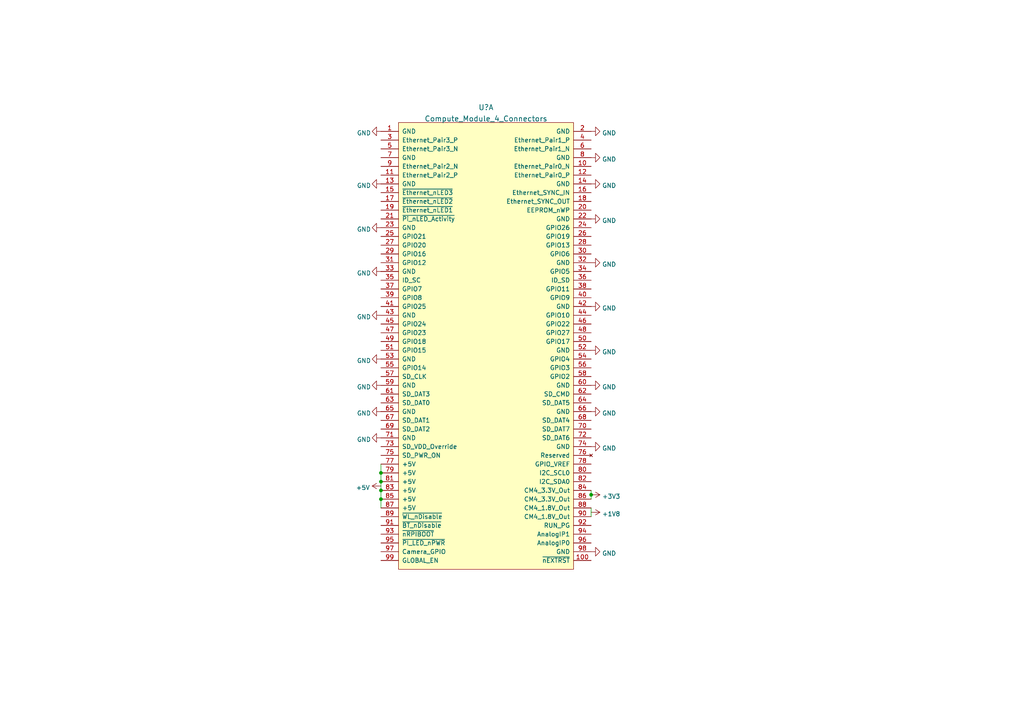
<source format=kicad_sch>
(kicad_sch (version 20210621) (generator eeschema)
  (paper "A4")
  (lib_symbols
    (symbol "Raspberry_Pi_Compute_Module_4:Compute_Module_4_Connectors" (pin_names (offset 1.016))
      (property "Reference" "U" (at 5.08 6.35 0))
      (property "Value" "Compute_Module_4_Connectors" (at 5.08 3.81 0))
      (symbol "Compute_Module_4_Connectors_1_1"
        (rectangle (start 5.08 2.54) (end 55.88 -127) (fill (type background)))
        (pin power_in line (at 0 0 0) (length 5.08) (name "GND") (number "1"))
        (pin passive line (at 60.96 -10.16 180) (length 5.08) (name "Ethernet_Pair0_N") (number "10"))
        (pin output line (at 60.96 -124.46 180) (length 5.08) (name "~{nEXTRST}") (number "100"))
        (pin passive line (at 0 -12.7 0) (length 5.08) (name "Ethernet_Pair2_P") (number "11"))
        (pin passive line (at 60.96 -12.7 180) (length 5.08) (name "Ethernet_Pair0_P") (number "12"))
        (pin power_in line (at 0 -15.24 0) (length 5.08) (name "GND") (number "13"))
        (pin power_in line (at 60.96 -15.24 180) (length 5.08) (name "GND") (number "14"))
        (pin output line (at 0 -17.78 0) (length 5.08) (name "~{Ethernet_nLED3}") (number "15"))
        (pin input line (at 60.96 -17.78 180) (length 5.08) (name "Ethernet_SYNC_IN") (number "16"))
        (pin output line (at 0 -20.32 0) (length 5.08) (name "~{Ethernet_nLED2}") (number "17"))
        (pin input line (at 60.96 -20.32 180) (length 5.08) (name "Ethernet_SYNC_OUT") (number "18"))
        (pin output line (at 0 -22.86 0) (length 5.08) (name "~{Ethernet_nLED1}") (number "19"))
        (pin power_in line (at 60.96 0 180) (length 5.08) (name "GND") (number "2"))
        (pin passive line (at 60.96 -22.86 180) (length 5.08) (name "EEPROM_nWP") (number "20"))
        (pin open_collector line (at 0 -25.4 0) (length 5.08) (name "~{Pi_nLED_Activity}") (number "21"))
        (pin power_in line (at 60.96 -25.4 180) (length 5.08) (name "GND") (number "22"))
        (pin power_in line (at 0 -27.94 0) (length 5.08) (name "GND") (number "23"))
        (pin passive line (at 60.96 -27.94 180) (length 5.08) (name "GPIO26") (number "24"))
        (pin passive line (at 0 -30.48 0) (length 5.08) (name "GPIO21") (number "25"))
        (pin passive line (at 60.96 -30.48 180) (length 5.08) (name "GPIO19") (number "26"))
        (pin passive line (at 0 -33.02 0) (length 5.08) (name "GPIO20") (number "27"))
        (pin passive line (at 60.96 -33.02 180) (length 5.08) (name "GPIO13") (number "28"))
        (pin passive line (at 0 -35.56 0) (length 5.08) (name "GPIO16") (number "29"))
        (pin passive line (at 0 -2.54 0) (length 5.08) (name "Ethernet_Pair3_P") (number "3"))
        (pin passive line (at 60.96 -35.56 180) (length 5.08) (name "GPIO6") (number "30"))
        (pin passive line (at 0 -38.1 0) (length 5.08) (name "GPIO12") (number "31"))
        (pin power_in line (at 60.96 -38.1 180) (length 5.08) (name "GND") (number "32"))
        (pin power_in line (at 0 -40.64 0) (length 5.08) (name "GND") (number "33"))
        (pin passive line (at 60.96 -40.64 180) (length 5.08) (name "GPIO5") (number "34"))
        (pin passive line (at 0 -43.18 0) (length 5.08) (name "ID_SC") (number "35"))
        (pin passive line (at 60.96 -43.18 180) (length 5.08) (name "ID_SD") (number "36"))
        (pin passive line (at 0 -45.72 0) (length 5.08) (name "GPIO7") (number "37"))
        (pin passive line (at 60.96 -45.72 180) (length 5.08) (name "GPIO11") (number "38"))
        (pin passive line (at 0 -48.26 0) (length 5.08) (name "GPIO8") (number "39"))
        (pin passive line (at 60.96 -2.54 180) (length 5.08) (name "Ethernet_Pair1_P") (number "4"))
        (pin passive line (at 60.96 -48.26 180) (length 5.08) (name "GPIO9") (number "40"))
        (pin passive line (at 0 -50.8 0) (length 5.08) (name "GPIO25") (number "41"))
        (pin power_in line (at 60.96 -50.8 180) (length 5.08) (name "GND") (number "42"))
        (pin power_in line (at 0 -53.34 0) (length 5.08) (name "GND") (number "43"))
        (pin passive line (at 60.96 -53.34 180) (length 5.08) (name "GPIO10") (number "44"))
        (pin passive line (at 0 -55.88 0) (length 5.08) (name "GPIO24") (number "45"))
        (pin passive line (at 60.96 -55.88 180) (length 5.08) (name "GPIO22") (number "46"))
        (pin passive line (at 0 -58.42 0) (length 5.08) (name "GPIO23") (number "47"))
        (pin passive line (at 60.96 -58.42 180) (length 5.08) (name "GPIO27") (number "48"))
        (pin passive line (at 0 -60.96 0) (length 5.08) (name "GPIO18") (number "49"))
        (pin passive line (at 0 -5.08 0) (length 5.08) (name "Ethernet_Pair3_N") (number "5"))
        (pin passive line (at 60.96 -60.96 180) (length 5.08) (name "GPIO17") (number "50"))
        (pin passive line (at 0 -63.5 0) (length 5.08) (name "GPIO15") (number "51"))
        (pin power_in line (at 60.96 -63.5 180) (length 5.08) (name "GND") (number "52"))
        (pin power_in line (at 0 -66.04 0) (length 5.08) (name "GND") (number "53"))
        (pin passive line (at 60.96 -66.04 180) (length 5.08) (name "GPIO4") (number "54"))
        (pin passive line (at 0 -68.58 0) (length 5.08) (name "GPIO14") (number "55"))
        (pin passive line (at 60.96 -68.58 180) (length 5.08) (name "GPIO3") (number "56"))
        (pin passive line (at 0 -71.12 0) (length 5.08) (name "SD_CLK") (number "57"))
        (pin passive line (at 60.96 -71.12 180) (length 5.08) (name "GPIO2") (number "58"))
        (pin power_in line (at 0 -73.66 0) (length 5.08) (name "GND") (number "59"))
        (pin passive line (at 60.96 -5.08 180) (length 5.08) (name "Ethernet_Pair1_N") (number "6"))
        (pin power_in line (at 60.96 -73.66 180) (length 5.08) (name "GND") (number "60"))
        (pin passive line (at 0 -76.2 0) (length 5.08) (name "SD_DAT3") (number "61"))
        (pin passive line (at 60.96 -76.2 180) (length 5.08) (name "SD_CMD") (number "62"))
        (pin passive line (at 0 -78.74 0) (length 5.08) (name "SD_DAT0") (number "63"))
        (pin passive line (at 60.96 -78.74 180) (length 5.08) (name "SD_DAT5") (number "64"))
        (pin power_in line (at 0 -81.28 0) (length 5.08) (name "GND") (number "65"))
        (pin power_in line (at 60.96 -81.28 180) (length 5.08) (name "GND") (number "66"))
        (pin passive line (at 0 -83.82 0) (length 5.08) (name "SD_DAT1") (number "67"))
        (pin passive line (at 60.96 -83.82 180) (length 5.08) (name "SD_DAT4") (number "68"))
        (pin passive line (at 0 -86.36 0) (length 5.08) (name "SD_DAT2") (number "69"))
        (pin power_in line (at 0 -7.62 0) (length 5.08) (name "GND") (number "7"))
        (pin passive line (at 60.96 -86.36 180) (length 5.08) (name "SD_DAT7") (number "70"))
        (pin power_in line (at 0 -88.9 0) (length 5.08) (name "GND") (number "71"))
        (pin passive line (at 60.96 -88.9 180) (length 5.08) (name "SD_DAT6") (number "72"))
        (pin input line (at 0 -91.44 0) (length 5.08) (name "SD_VDD_Override") (number "73"))
        (pin power_in line (at 60.96 -91.44 180) (length 5.08) (name "GND") (number "74"))
        (pin output line (at 0 -93.98 0) (length 5.08) (name "SD_PWR_ON") (number "75"))
        (pin no_connect line (at 60.96 -93.98 180) (length 5.08) (name "Reserved") (number "76"))
        (pin power_in line (at 0 -96.52 0) (length 5.08) (name "+5V") (number "77"))
        (pin power_in line (at 60.96 -96.52 180) (length 5.08) (name "GPIO_VREF") (number "78"))
        (pin power_in line (at 0 -99.06 0) (length 5.08) (name "+5V") (number "79"))
        (pin power_in line (at 60.96 -7.62 180) (length 5.08) (name "GND") (number "8"))
        (pin bidirectional line (at 60.96 -99.06 180) (length 5.08) (name "I2C_SCL0") (number "80"))
        (pin power_in line (at 0 -101.6 0) (length 5.08) (name "+5V") (number "81"))
        (pin bidirectional line (at 60.96 -101.6 180) (length 5.08) (name "I2C_SDA0") (number "82"))
        (pin power_in line (at 0 -104.14 0) (length 5.08) (name "+5V") (number "83"))
        (pin power_out line (at 60.96 -104.14 180) (length 5.08) (name "CM4_3.3V_Out") (number "84"))
        (pin power_in line (at 0 -106.68 0) (length 5.08) (name "+5V") (number "85"))
        (pin power_out line (at 60.96 -106.68 180) (length 5.08) (name "CM4_3.3V_Out") (number "86"))
        (pin power_in line (at 0 -109.22 0) (length 5.08) (name "+5V") (number "87"))
        (pin power_out line (at 60.96 -109.22 180) (length 5.08) (name "CM4_1.8V_Out") (number "88"))
        (pin input line (at 0 -111.76 0) (length 5.08) (name "~{WL_nDisable}") (number "89"))
        (pin passive line (at 0 -10.16 0) (length 5.08) (name "Ethernet_Pair2_N") (number "9"))
        (pin power_out line (at 60.96 -111.76 180) (length 5.08) (name "CM4_1.8V_Out") (number "90"))
        (pin input line (at 0 -114.3 0) (length 5.08) (name "~{BT_nDisable}") (number "91"))
        (pin passive line (at 60.96 -114.3 180) (length 5.08) (name "RUN_PG") (number "92"))
        (pin input line (at 0 -116.84 0) (length 5.08) (name "~{nRPIBOOT}") (number "93"))
        (pin passive line (at 60.96 -116.84 180) (length 5.08) (name "AnalogIP1") (number "94"))
        (pin output line (at 0 -119.38 0) (length 5.08) (name "~{PI_LED_nPWR}") (number "95"))
        (pin passive line (at 60.96 -119.38 180) (length 5.08) (name "AnalogIP0") (number "96"))
        (pin passive line (at 0 -121.92 0) (length 5.08) (name "Camera_GPIO") (number "97"))
        (pin power_in line (at 60.96 -121.92 180) (length 5.08) (name "GND") (number "98"))
        (pin input line (at 0 -124.46 0) (length 5.08) (name "GLOBAL_EN") (number "99"))
      )
      (symbol "Compute_Module_4_Connectors_2_1"
        (rectangle (start 5.08 2.54) (end 45.72 -127) (fill (type background)))
        (pin input line (at 0 0 0) (length 5.08) (name "USB_OTG_ID") (number "101"))
        (pin input line (at 50.8 0 180) (length 5.08) (name "~{PCIe_CLK_nREQ}") (number "102"))
        (pin passive line (at 0 -2.54 0) (length 5.08) (name "USB_N") (number "103"))
        (pin no_connect line (at 50.8 -2.54 180) (length 5.08) (name "Reserved") (number "104"))
        (pin passive line (at 0 -5.08 0) (length 5.08) (name "USB_P") (number "105"))
        (pin no_connect line (at 50.8 -5.08 180) (length 5.08) (name "Reserved") (number "106"))
        (pin power_in line (at 0 -7.62 0) (length 5.08) (name "GND") (number "107"))
        (pin power_in line (at 50.8 -7.62 180) (length 5.08) (name "GND") (number "108"))
        (pin output line (at 0 -10.16 0) (length 5.08) (name "~{PCIe_nRST}") (number "109"))
        (pin output line (at 50.8 -10.16 180) (length 5.08) (name "PCIe_CLK_P") (number "110"))
        (pin output line (at 0 -12.7 0) (length 5.08) (name "VDAC_COMP") (number "111"))
        (pin output line (at 50.8 -12.7 180) (length 5.08) (name "PCIe_CLK_N") (number "112"))
        (pin power_in line (at 0 -15.24 0) (length 5.08) (name "GND") (number "113"))
        (pin power_in line (at 50.8 -15.24 180) (length 5.08) (name "GND") (number "114"))
        (pin input line (at 0 -17.78 0) (length 5.08) (name "CAM1_D0_N") (number "115"))
        (pin input line (at 50.8 -17.78 180) (length 5.08) (name "PCIe_RX_P") (number "116"))
        (pin input line (at 0 -20.32 0) (length 5.08) (name "CAM1_D0_P") (number "117"))
        (pin input line (at 50.8 -20.32 180) (length 5.08) (name "PCIe_RX_N") (number "118"))
        (pin power_in line (at 0 -22.86 0) (length 5.08) (name "GND") (number "119"))
        (pin power_in line (at 50.8 -22.86 180) (length 5.08) (name "GND") (number "120"))
        (pin input line (at 0 -25.4 0) (length 5.08) (name "CAM1_D1_N") (number "121"))
        (pin output line (at 50.8 -25.4 180) (length 5.08) (name "PCIe_TX_P") (number "122"))
        (pin input line (at 0 -27.94 0) (length 5.08) (name "CAM1_D1_P") (number "123"))
        (pin output line (at 50.8 -27.94 180) (length 5.08) (name "PCIe_TX_N") (number "124"))
        (pin power_in line (at 0 -30.48 0) (length 5.08) (name "GND") (number "125"))
        (pin power_in line (at 50.8 -30.48 180) (length 5.08) (name "GND") (number "126"))
        (pin input line (at 0 -33.02 0) (length 5.08) (name "CAM1_C_N") (number "127"))
        (pin input line (at 50.8 -33.02 180) (length 5.08) (name "CAM0_D0_N") (number "128"))
        (pin input line (at 0 -35.56 0) (length 5.08) (name "CAM1_C_P") (number "129"))
        (pin input line (at 50.8 -35.56 180) (length 5.08) (name "CAM0_D0_P") (number "130"))
        (pin power_in line (at 0 -38.1 0) (length 5.08) (name "GND") (number "131"))
        (pin power_in line (at 50.8 -38.1 180) (length 5.08) (name "GND") (number "132"))
        (pin input line (at 0 -40.64 0) (length 5.08) (name "CAM1_D2_N") (number "133"))
        (pin input line (at 50.8 -40.64 180) (length 5.08) (name "CAM0_D1_N") (number "134"))
        (pin input line (at 0 -43.18 0) (length 5.08) (name "CAM1_D2_P") (number "135"))
        (pin input line (at 50.8 -43.18 180) (length 5.08) (name "CAM0_D1_P") (number "136"))
        (pin power_in line (at 0 -45.72 0) (length 5.08) (name "GND") (number "137"))
        (pin power_in line (at 50.8 -45.72 180) (length 5.08) (name "GND") (number "138"))
        (pin input line (at 0 -48.26 0) (length 5.08) (name "CAM1_D3_N") (number "139"))
        (pin input line (at 50.8 -48.26 180) (length 5.08) (name "CAM0_C_N") (number "140"))
        (pin input line (at 0 -50.8 0) (length 5.08) (name "CAM1_D3_P") (number "141"))
        (pin input line (at 50.8 -50.8 180) (length 5.08) (name "CAM0_C_P") (number "142"))
        (pin input line (at 0 -53.34 0) (length 5.08) (name "HDMI1_HOTPLUG") (number "143"))
        (pin power_in line (at 50.8 -53.34 180) (length 5.08) (name "GND") (number "144"))
        (pin bidirectional line (at 0 -55.88 0) (length 5.08) (name "HDMI1_SDA") (number "145"))
        (pin output line (at 50.8 -55.88 180) (length 5.08) (name "HDMI1_TX2_P") (number "146"))
        (pin open_collector line (at 0 -58.42 0) (length 5.08) (name "HDMI1_SCL") (number "147"))
        (pin output line (at 50.8 -58.42 180) (length 5.08) (name "HDMI1_TX2_N") (number "148"))
        (pin open_collector line (at 0 -60.96 0) (length 5.08) (name "HDMI1_CEC") (number "149"))
        (pin power_in line (at 50.8 -60.96 180) (length 5.08) (name "GND") (number "150"))
        (pin open_collector line (at 0 -63.5 0) (length 5.08) (name "HDMI0_CEC") (number "151"))
        (pin output line (at 50.8 -63.5 180) (length 5.08) (name "HDMI1_TX1_P") (number "152"))
        (pin input line (at 0 -66.04 0) (length 5.08) (name "HDMI0_HOTPLUG") (number "153"))
        (pin output line (at 50.8 -66.04 180) (length 5.08) (name "HDMI1_TX1_N") (number "154"))
        (pin power_in line (at 0 -68.58 0) (length 5.08) (name "GND") (number "155"))
        (pin power_in line (at 50.8 -68.58 180) (length 5.08) (name "GND") (number "156"))
        (pin output line (at 0 -71.12 0) (length 5.08) (name "DSI0_D0_N") (number "157"))
        (pin output line (at 50.8 -71.12 180) (length 5.08) (name "HDMI1_TX0_P") (number "158"))
        (pin output line (at 0 -73.66 0) (length 5.08) (name "DSI0_D0_P") (number "159"))
        (pin output line (at 50.8 -73.66 180) (length 5.08) (name "HDMI1_TX0_N") (number "160"))
        (pin power_in line (at 0 -76.2 0) (length 5.08) (name "GND") (number "161"))
        (pin power_in line (at 50.8 -76.2 180) (length 5.08) (name "GND") (number "162"))
        (pin output line (at 0 -78.74 0) (length 5.08) (name "DSI0_D1_N") (number "163"))
        (pin output line (at 50.8 -78.74 180) (length 5.08) (name "HDMI1_CLK_P") (number "164"))
        (pin output line (at 0 -81.28 0) (length 5.08) (name "DSI0_D1_P") (number "165"))
        (pin output line (at 50.8 -81.28 180) (length 5.08) (name "HDMI1_CLK_N") (number "166"))
        (pin power_in line (at 0 -83.82 0) (length 5.08) (name "GND") (number "167"))
        (pin power_in line (at 50.8 -83.82 180) (length 5.08) (name "GND") (number "168"))
        (pin output line (at 0 -86.36 0) (length 5.08) (name "DSI0_C_N") (number "169"))
        (pin output line (at 50.8 -86.36 180) (length 5.08) (name "HDMI0_TX2_P") (number "170"))
        (pin output line (at 0 -88.9 0) (length 5.08) (name "DSI0_C_P") (number "171"))
        (pin output line (at 50.8 -88.9 180) (length 5.08) (name "HDMI0_TX2_N") (number "172"))
        (pin power_in line (at 0 -91.44 0) (length 5.08) (name "GND") (number "173"))
        (pin power_in line (at 50.8 -91.44 180) (length 5.08) (name "GND") (number "174"))
        (pin output line (at 0 -93.98 0) (length 5.08) (name "DSI1_D0_N") (number "175"))
        (pin output line (at 50.8 -93.98 180) (length 5.08) (name "HDMI0_TX1_P") (number "176"))
        (pin output line (at 0 -96.52 0) (length 5.08) (name "DSI1_D0_P") (number "177"))
        (pin output line (at 50.8 -96.52 180) (length 5.08) (name "HDMI0_TX1_N") (number "178"))
        (pin power_in line (at 0 -99.06 0) (length 5.08) (name "GND") (number "179"))
        (pin power_in line (at 50.8 -99.06 180) (length 5.08) (name "GND") (number "180"))
        (pin output line (at 0 -101.6 0) (length 5.08) (name "DSI1_D1_N") (number "181"))
        (pin output line (at 50.8 -101.6 180) (length 5.08) (name "HDMI0_TX0_P") (number "182"))
        (pin output line (at 0 -104.14 0) (length 5.08) (name "DSI1_D1_P") (number "183"))
        (pin output line (at 50.8 -104.14 180) (length 5.08) (name "HDMI0_TX0_N") (number "184"))
        (pin power_in line (at 0 -106.68 0) (length 5.08) (name "GND") (number "185"))
        (pin power_in line (at 50.8 -106.68 180) (length 5.08) (name "GND") (number "186"))
        (pin output line (at 0 -109.22 0) (length 5.08) (name "DSI1_C_N") (number "187"))
        (pin output line (at 50.8 -109.22 180) (length 5.08) (name "HDMI0_CLK_P") (number "188"))
        (pin output line (at 0 -111.76 0) (length 5.08) (name "DSI1_C_P") (number "189"))
        (pin output line (at 50.8 -111.76 180) (length 5.08) (name "HDMI0_CLK_N") (number "190"))
        (pin power_in line (at 0 -114.3 0) (length 5.08) (name "GND") (number "191"))
        (pin power_in line (at 50.8 -114.3 180) (length 5.08) (name "GND") (number "192"))
        (pin output line (at 0 -116.84 0) (length 5.08) (name "DSI1_D2_N") (number "193"))
        (pin output line (at 50.8 -116.84 180) (length 5.08) (name "DSI1_D3_N") (number "194"))
        (pin output line (at 0 -119.38 0) (length 5.08) (name "DSI1_D2_P") (number "195"))
        (pin output line (at 50.8 -119.38 180) (length 5.08) (name "DSI1_D3_P") (number "196"))
        (pin power_in line (at 0 -121.92 0) (length 5.08) (name "GND") (number "197"))
        (pin power_in line (at 50.8 -121.92 180) (length 5.08) (name "GND") (number "198"))
        (pin bidirectional line (at 0 -124.46 0) (length 5.08) (name "HDMI0_SDA") (number "199"))
        (pin open_collector line (at 50.8 -124.46 180) (length 5.08) (name "HDMI0_SCL") (number "200"))
      )
    )
    (symbol "power:+1V8" (power) (pin_names (offset 0))
      (property "Value" "+1V8" (at 0 3.556 0))
      (symbol "+1V8_0_1"
        (polyline (pts (xy -0.762 1.27) (xy 0 2.54)))
        (polyline (pts (xy 0 0) (xy 0 2.54)))
        (polyline (pts (xy 0 2.54) (xy 0.762 1.27)))
      )
      (symbol "+1V8_1_1"
        (pin power_in line (at 0 0 90) (length 0) hide (name "+1V8") (number "1"))
      )
    )
    (symbol "power:+3V3" (power) (pin_names (offset 0))
      (property "Value" "+3V3" (at 0 3.556 0))
      (symbol "+3V3_0_1"
        (polyline (pts (xy -0.762 1.27) (xy 0 2.54)))
        (polyline (pts (xy 0 0) (xy 0 2.54)))
        (polyline (pts (xy 0 2.54) (xy 0.762 1.27)))
      )
      (symbol "+3V3_1_1"
        (pin power_in line (at 0 0 90) (length 0) hide (name "+3V3") (number "1"))
      )
    )
    (symbol "power:+5V" (power) (pin_names (offset 0))
      (property "Value" "+5V" (at 0 3.556 0))
      (symbol "+5V_0_1"
        (polyline (pts (xy -0.762 1.27) (xy 0 2.54)))
        (polyline (pts (xy 0 0) (xy 0 2.54)))
        (polyline (pts (xy 0 2.54) (xy 0.762 1.27)))
      )
      (symbol "+5V_1_1"
        (pin power_in line (at 0 0 90) (length 0) hide (name "+5V") (number "1"))
      )
    )
    (symbol "power:GND" (power) (pin_names (offset 0))
      (property "Value" "GND" (at 0 -3.81 0))
      (symbol "GND_0_1"
        (polyline (pts (xy 0 0) (xy 0 -1.27) (xy 1.27 -1.27) (xy 0 -2.54) (xy -1.27 -1.27) (xy 0 -1.27)))
      )
      (symbol "GND_1_1"
        (pin power_in line (at 0 0 270) (length 0) hide (name "GND") (number "1"))
      )
    )
  )
  (junction (at 110.49 137.16))
  (junction (at 110.49 139.7))
  (junction (at 110.49 142.24))
  (junction (at 110.49 144.78))
  (junction (at 171.45 143.51))
  (wire (pts (xy 110.49 134.62) (xy 110.49 137.16)))
  (wire (pts (xy 110.49 137.16) (xy 110.49 139.7)))
  (wire (pts (xy 110.49 139.7) (xy 110.49 142.24)))
  (wire (pts (xy 110.49 142.24) (xy 110.49 144.78)))
  (wire (pts (xy 110.49 144.78) (xy 110.49 147.32)))
  (wire (pts (xy 171.45 142.24) (xy 171.45 143.51)))
  (wire (pts (xy 171.45 143.51) (xy 171.45 144.78)))
  (wire (pts (xy 171.45 147.32) (xy 171.45 149.86)))
  (symbol (lib_id "power:+5V") (at 110.49 140.97 90) (unit 1)
    (property "Reference" "#PWR?" (effects hide))
    (property "Value" "+5V" (at 107.315 141.449 90) (effects (justify left)))
  )
  (symbol (lib_id "power:+3V3") (at 171.45 143.51 270) (unit 1)
    (property "Reference" "#PWR?" (effects hide))
    (property "Value" "+3V3" (at 174.6251 143.989 90) (effects (justify left)))
  )
  (symbol (lib_id "power:+1V8") (at 171.45 148.59 270) (unit 1)
    (property "Reference" "#PWR?" (effects hide))
    (property "Value" "+1V8" (at 174.6251 149.069 90) (effects (justify left)))
  )
  (symbol (lib_id "power:GND") (at 110.49 38.1 270) (unit 1)
    (property "Reference" "#PWR?" (effects hide))
    (property "Value" "GND" (at 103.5051 38.579 90) (effects (justify left)))
  )
  (symbol (lib_id "power:GND") (at 110.49 53.34 270) (unit 1)
    (property "Reference" "#PWR?" (effects hide))
    (property "Value" "GND" (at 103.5051 53.819 90) (effects (justify left)))
  )
  (symbol (lib_id "power:GND") (at 110.49 66.04 270) (unit 1)
    (property "Reference" "#PWR?" (effects hide))
    (property "Value" "GND" (at 103.5051 66.519 90) (effects (justify left)))
  )
  (symbol (lib_id "power:GND") (at 110.49 78.74 270) (unit 1)
    (property "Reference" "#PWR?" (effects hide))
    (property "Value" "GND" (at 103.5051 79.219 90) (effects (justify left)))
  )
  (symbol (lib_id "power:GND") (at 110.49 91.44 270) (unit 1)
    (property "Reference" "#PWR?" (effects hide))
    (property "Value" "GND" (at 103.5051 91.919 90) (effects (justify left)))
  )
  (symbol (lib_id "power:GND") (at 110.49 104.14 270) (unit 1)
    (property "Reference" "#PWR?" (effects hide))
    (property "Value" "GND" (at 103.5051 104.619 90) (effects (justify left)))
  )
  (symbol (lib_id "power:GND") (at 110.49 111.76 270) (unit 1)
    (property "Reference" "#PWR?" (effects hide))
    (property "Value" "GND" (at 103.5051 112.239 90) (effects (justify left)))
  )
  (symbol (lib_id "power:GND") (at 110.49 119.38 270) (unit 1)
    (property "Reference" "#PWR?" (effects hide))
    (property "Value" "GND" (at 103.5051 119.859 90) (effects (justify left)))
  )
  (symbol (lib_id "power:GND") (at 110.49 127 270) (unit 1)
    (property "Reference" "#PWR?" (effects hide))
    (property "Value" "GND" (at 103.5051 127.479 90) (effects (justify left)))
  )
  (symbol (lib_id "power:GND") (at 171.45 38.1 90) (unit 1)
    (property "Reference" "#PWR?" (effects hide))
    (property "Value" "GND" (at 174.6251 38.579 90) (effects (justify right)))
  )
  (symbol (lib_id "power:GND") (at 171.45 45.72 90) (unit 1)
    (property "Reference" "#PWR?" (effects hide))
    (property "Value" "GND" (at 174.6251 46.199 90) (effects (justify right)))
  )
  (symbol (lib_id "power:GND") (at 171.45 53.34 90) (unit 1)
    (property "Reference" "#PWR?" (effects hide))
    (property "Value" "GND" (at 174.6251 53.819 90) (effects (justify right)))
  )
  (symbol (lib_id "power:GND") (at 171.45 63.5 90) (unit 1)
    (property "Reference" "#PWR?" (effects hide))
    (property "Value" "GND" (at 174.6251 63.979 90) (effects (justify right)))
  )
  (symbol (lib_id "power:GND") (at 171.45 76.2 90) (unit 1)
    (property "Reference" "#PWR?" (effects hide))
    (property "Value" "GND" (at 174.6251 76.679 90) (effects (justify right)))
  )
  (symbol (lib_id "power:GND") (at 171.45 88.9 90) (unit 1)
    (property "Reference" "#PWR?" (effects hide))
    (property "Value" "GND" (at 174.6251 89.379 90) (effects (justify right)))
  )
  (symbol (lib_id "power:GND") (at 171.45 101.6 90) (unit 1)
    (property "Reference" "#PWR?" (effects hide))
    (property "Value" "GND" (at 174.6251 102.079 90) (effects (justify right)))
  )
  (symbol (lib_id "power:GND") (at 171.45 111.76 90) (unit 1)
    (property "Reference" "#PWR?" (effects hide))
    (property "Value" "GND" (at 174.6251 112.239 90) (effects (justify right)))
  )
  (symbol (lib_id "power:GND") (at 171.45 119.38 90) (unit 1)
    (property "Reference" "#PWR?" (effects hide))
    (property "Value" "GND" (at 174.6251 119.859 90) (effects (justify right)))
  )
  (symbol (lib_id "power:GND") (at 171.45 129.54 90) (unit 1)
    (property "Reference" "#PWR?" (effects hide))
    (property "Value" "GND" (at 174.6251 130.019 90) (effects (justify right)))
  )
  (symbol (lib_id "power:GND") (at 171.45 160.02 90) (unit 1)
    (property "Reference" "#PWR?" (effects hide))
    (property "Value" "GND" (at 174.6251 160.499 90) (effects (justify right)))
  )
  (symbol (lib_id "Raspberry_Pi_Compute_Module_4:Compute_Module_4_Connectors") (at 110.49 38.1 0) (unit 1)
    (property "Reference" "U?" (at 140.97 31.156 0) (effects (font (size 1.524 1.524))))
    (property "Value" "Compute_Module_4_Connectors" (at 140.97 34.435 0) (effects (font (size 1.524 1.524))))
  )
)
</source>
